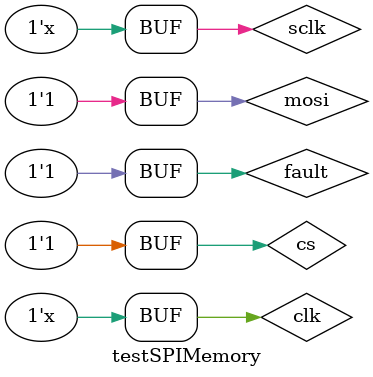
<source format=v>
module spiMemory(clk, sclk_pin, cs_pin, miso_pin, mosi_pin, leds, faultinjector_pin);
input clk;
input sclk_pin;
input cs_pin;
output miso_pin;
input mosi_pin;
output [7:0] leds;
input faultinjector_pin;
//output wire miso_buffout;

wire mosi_conditioned, mosi_positiveedge, mosi_negativeedge;
wire sclk_conditioned, sclk_positiveedge, sclk_negativeedge;
wire cs_conditioned, cs_positiveedge, cs_negativeedge;
wire fault_conditioned, fault_positiveedge, fault_negativeedge;

wire SR_we;
wire ADDR_we;
wire DM_we;

wire[7:0] d_outshiftreg;
wire serialDataOut;
wire[7:0] parallelDataOut;

wire[7:0] address;
wire[7:0] d_in, q;
wire[7:0] dm_dout;

wire dff_out;
wire tri_output;

inputconditioner mosi_cond (clk, mosi_pin, mosi_conditioned, mosi_positiveedge, mosi_negativeedge);
inputconditioner sclk_cond (clk, sclk_pin, sclk_conditioned, sclk_positiveedge, sclk_negativeedge);
inputconditioner cs_cond (clk, cs_pin, cs_conditioned, cs_positiveedge, cs_negativeedge);
inputconditioner fault_cond (clk, fault_pin, fault_conditioned, fault_positiveedge, fault_negativeedge);

//AddressLatch(address, parallel_in, clk, wrenable);
AddressLatch addr_latch (address, parallelDataOut, clk, ADDR_we);

//datamemory(d_out, d_in, q, clk, DM_we);
datamemory data_mem (dm_dout, parallelDataOut, address, clk, DM_we);

//shiftregister(clk, peripheralClkEdge, parallelLoad, parallelDataIn, serialDataIn, parallelDataOut, serialDataOut, faultinjector);
shiftregister spi_shiftreg (clk, sclk_positiveedge, SR_we, dm_dout, mosi_conditioned, parallelDataOut, serialDataOut);

//dff(q, d, ce, clk);
dff dff_thing (dff_out, serialDataOut, sclk_negativeedge, clk);


//tristatebuffer(tri_output, tri_enable, tri_input);
tristatebuffer tsb (miso_pin, miso_buff, dff_out, clk);


//finitestatemachine(miso_buff, DM_we, ADDR_we, SR_we, cs_conditioned, shiftregp, sclk_positiveedge);
finitestatemachine fsm (clk, cs_conditioned, sclk_positiveedge, parallelDataOut[0], SR_we, DM_we, ADDR_we, miso_buff);




//assign miso_pin = dff_out;

endmodule

module testSPIMemory;
reg clk;
reg sclk;
reg cs = 1;
wire miso;
reg mosi;
reg fault = 1;
wire[7:0] leds;

spiMemory spimem (clk, sclk, cs, miso, mosi, leds, fault);
//module spiMemory(clk, sclk_pin, cs_pin, miso_pin, mosi_pin, leds, faultinjector_pin);
initial clk=0;
always #10 clk = !clk;

initial sclk=0;
always #1000 sclk = !sclk;

initial begin
    cs = 1;
    #2000

// WRITE 0x55 to address 1
    cs = 0;
    mosi = 0;
    #2000
    mosi = 0;
    #2000
    mosi = 0;
    #2000
    mosi = 0;
    #2000
    mosi = 0;
    #2000
    mosi = 0;
    #2000
    mosi = 1;
    #2000
    mosi = 0;

    #2000
    mosi = 0;
    #2000
    mosi = 1;
    #2000
    mosi = 0;
    #2000
    mosi = 1;
    #2000
    mosi = 0;
    #2000
    mosi = 1;
    #2000
    mosi = 0;
    #2000
    mosi = 1;

    #2000
    cs = 1;
    mosi = 0;

// WRITE 0x0 to address 1
    #2000
    cs = 0;
    mosi = 0;
    #2000
    mosi = 0;
    #2000
    mosi = 0;
    #2000
    mosi = 0;
    #2000
    mosi = 0;
    #2000
    mosi = 0;
    #2000
    mosi = 1;
    #2000
    mosi = 0;

    #2000
    mosi = 0;
    #2000
    mosi = 0;
    #2000
    mosi = 0;
   #2000
    mosi = 0;
    #2000
    mosi = 1;
    #2000
    mosi = 1;
    #2000
    mosi = 1;
    #2000
    mosi = 1;

    #2000
    cs = 1;
    mosi = 0;

// READ from address 1
    #8000
    cs = 0;
    mosi = 0;
    #2000
    mosi = 0;
    #2000
    mosi = 0;
    #2000
    mosi = 0;
    #2000
    mosi = 0;
    #2000
    mosi = 0;
    #2000
    mosi = 1;
    #2000
    mosi = 1;
    #18000
    cs = 1;
end

endmodule

</source>
